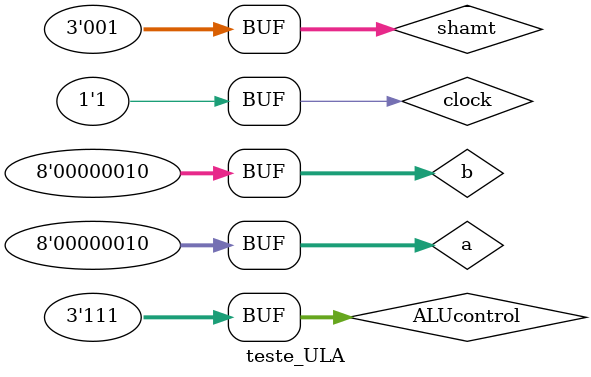
<source format=v>

		module teste_ULA;
		reg clock;
		reg [2:0] ALUcontrol;
		reg [2:0] shamt;
		reg [7:0] a;
		reg [7:0] b;
		
		wire [7:0] ALUout;
		wire zero;
		
		initial  begin
		clock = 1;
		shamt = 3'b001;
		a = 8'h02;
		b = 8'h02;
		
		#1 ALUcontrol = 8'h00;
      #1 ALUcontrol = 8'h01;
		#1 ALUcontrol = 8'h02;
		#1 ALUcontrol = 8'h03;
		#1 ALUcontrol = 8'h04;
		#1 ALUcontrol = 8'h05;
		#1 ALUcontrol = 8'h06;
		#1 ALUcontrol = 8'h07;
                  
      end
		initial begin
		$monitor("Time=%0t ALUcontrol= %0h ALUout= %0b zero=%0b",
		$time, ALUcontrol, ALUout, zero);
		end
		
		ALU teste(ALUcontrol, a, b, ALUout, zero, shamt, clock);
		endmodule
		

</source>
